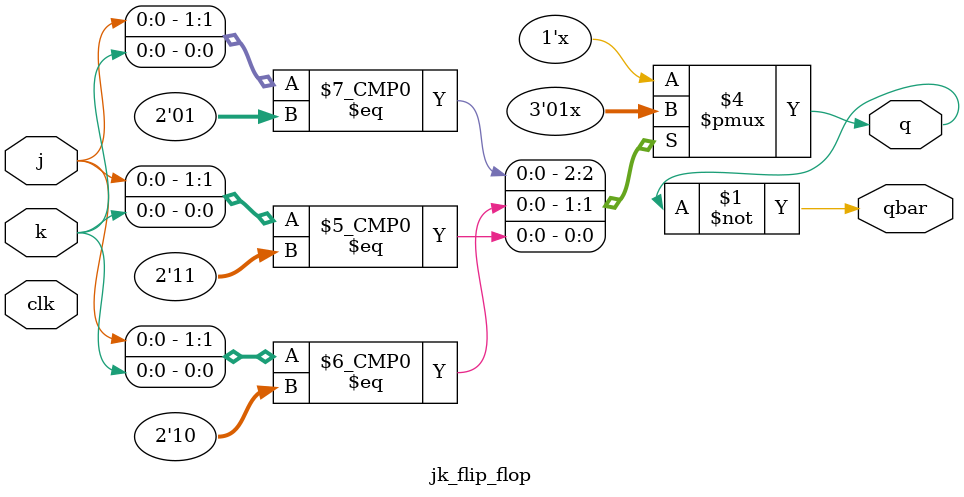
<source format=v>
module jk_flip_flop ( input clk, j, k, output reg q, qbar);
  
  assign qbar = ~q;
  
  always@(*)
    begin
      case ( {j,k} )
        2'b00 : q <= q;
        2'b01 : q <= 1'b0;
        2'b10 : q <= 1'b1;
        2'b11 : q <= ~q;
        default : q <= 1'bx;
      endcase
    end
endmodule
</source>
